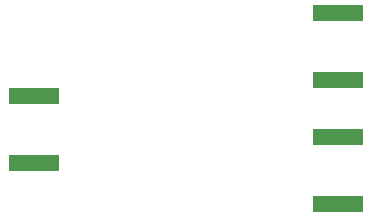
<source format=gbr>
%TF.GenerationSoftware,KiCad,Pcbnew,(6.0.1)*%
%TF.CreationDate,2022-02-13T11:50:17+00:00*%
%TF.ProjectId,Relay_RF_EE2,52656c61-795f-4524-965f-4545322e6b69,rev?*%
%TF.SameCoordinates,Original*%
%TF.FileFunction,Paste,Bot*%
%TF.FilePolarity,Positive*%
%FSLAX46Y46*%
G04 Gerber Fmt 4.6, Leading zero omitted, Abs format (unit mm)*
G04 Created by KiCad (PCBNEW (6.0.1)) date 2022-02-13 11:50:17*
%MOMM*%
%LPD*%
G01*
G04 APERTURE LIST*
%ADD10R,4.200000X1.350000*%
G04 APERTURE END LIST*
D10*
%TO.C,J2*%
X102100000Y-127325000D03*
X102100000Y-121675000D03*
%TD*%
%TO.C,J4*%
X127900000Y-125175000D03*
X127900000Y-130825000D03*
%TD*%
%TO.C,J3*%
X127900000Y-120325000D03*
X127900000Y-114675000D03*
%TD*%
M02*

</source>
